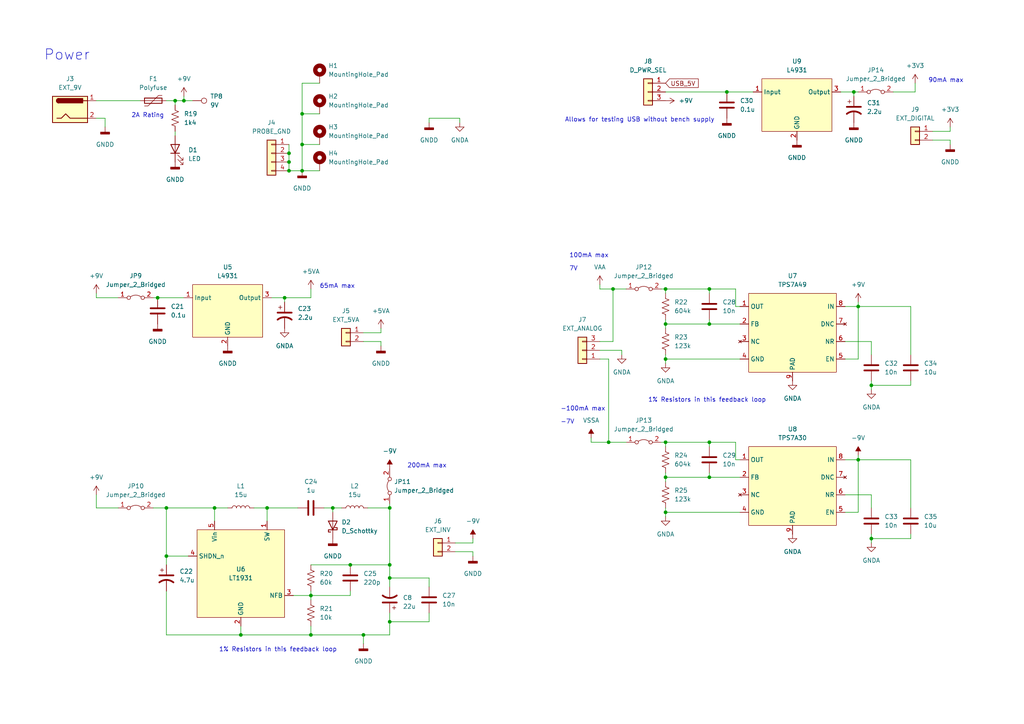
<source format=kicad_sch>
(kicad_sch (version 20211123) (generator eeschema)
  (paper "A4")
  (lib_symbols
    (symbol "Connector:Barrel_Jack" (pin_names (offset 1.016))
      (property "Reference" "J" (at 0 5.334 0))
      (property "Value" "Barrel_Jack" (at 0 -5.08 0))
      (symbol "Barrel_Jack_0_1"
        (rectangle (start -5.08 3.81) (end 5.08 -3.81) (stroke (width 0.254)) (fill (type background)))
        (arc (start -3.302 3.175) (mid -3.937 2.54) (end -3.302 1.905) (stroke (width 0.254)))
        (arc (start -3.302 3.175) (mid -3.937 2.54) (end -3.302 1.905) (stroke (width 0.254)) (fill (type outline)))
        (polyline (pts (xy 5.08 2.54) (xy 3.81 2.54)) (stroke (width 0.254)))
        (polyline (pts (xy -3.81 -2.54) (xy -2.54 -2.54) (xy -1.27 -1.27) (xy 0 -2.54) (xy 2.54 -2.54) (xy 5.08 -2.54)) (stroke (width 0.254)))
        (rectangle (start 3.683 3.175) (end -3.302 1.905) (stroke (width 0.254)) (fill (type outline)))
      )
      (symbol "Barrel_Jack_1_1"
        (pin passive line (at 7.62 2.54 180) (length 2.54) (name "~") (number "1"))
        (pin passive line (at 7.62 -2.54 180) (length 2.54) (name "~") (number "2"))
      )
    )
    (symbol "Connector:TestPoint" (pin_numbers hide) (pin_names (offset 0.762) hide)
      (property "Reference" "TP" (at 0 6.858 0))
      (property "Value" "TestPoint" (at 0 5.08 0))
      (symbol "TestPoint_0_1"
        (circle (center 0 3.302) (radius 0.762))
      )
      (symbol "TestPoint_1_1"
        (pin passive line (at 0 0 90) (length 2.54) (name "1") (number "1"))
      )
    )
    (symbol "Connector_Generic:Conn_01x02" (pin_names (offset 1.016) hide)
      (property "Reference" "J" (at 0 2.54 0))
      (property "Value" "Conn_01x02" (at 0 -5.08 0))
      (symbol "Conn_01x02_1_1"
        (rectangle (start -1.27 -2.413) (end 0 -2.667) (stroke (width 0.1524)))
        (rectangle (start -1.27 0.127) (end 0 -0.127) (stroke (width 0.1524)))
        (rectangle (start -1.27 1.27) (end 1.27 -3.81) (stroke (width 0.254)) (fill (type background)))
        (pin passive line (at -5.08 0 0) (length 3.81) (name "Pin_1") (number "1"))
        (pin passive line (at -5.08 -2.54 0) (length 3.81) (name "Pin_2") (number "2"))
      )
    )
    (symbol "Connector_Generic:Conn_01x03" (pin_names (offset 1.016) hide)
      (property "Reference" "J" (at 0 5.08 0))
      (property "Value" "Conn_01x03" (at 0 -5.08 0))
      (symbol "Conn_01x03_1_1"
        (rectangle (start -1.27 -2.413) (end 0 -2.667) (stroke (width 0.1524)))
        (rectangle (start -1.27 0.127) (end 0 -0.127) (stroke (width 0.1524)))
        (rectangle (start -1.27 2.667) (end 0 2.413) (stroke (width 0.1524)))
        (rectangle (start -1.27 3.81) (end 1.27 -3.81) (stroke (width 0.254)) (fill (type background)))
        (pin passive line (at -5.08 2.54 0) (length 3.81) (name "Pin_1") (number "1"))
        (pin passive line (at -5.08 0 0) (length 3.81) (name "Pin_2") (number "2"))
        (pin passive line (at -5.08 -2.54 0) (length 3.81) (name "Pin_3") (number "3"))
      )
    )
    (symbol "Connector_Generic:Conn_01x04" (pin_names (offset 1.016) hide)
      (property "Reference" "J" (at 0 5.08 0))
      (property "Value" "Conn_01x04" (at 0 -7.62 0))
      (symbol "Conn_01x04_1_1"
        (rectangle (start -1.27 -4.953) (end 0 -5.207) (stroke (width 0.1524)))
        (rectangle (start -1.27 -2.413) (end 0 -2.667) (stroke (width 0.1524)))
        (rectangle (start -1.27 0.127) (end 0 -0.127) (stroke (width 0.1524)))
        (rectangle (start -1.27 2.667) (end 0 2.413) (stroke (width 0.1524)))
        (rectangle (start -1.27 3.81) (end 1.27 -6.35) (stroke (width 0.254)) (fill (type background)))
        (pin passive line (at -5.08 2.54 0) (length 3.81) (name "Pin_1") (number "1"))
        (pin passive line (at -5.08 0 0) (length 3.81) (name "Pin_2") (number "2"))
        (pin passive line (at -5.08 -2.54 0) (length 3.81) (name "Pin_3") (number "3"))
        (pin passive line (at -5.08 -5.08 0) (length 3.81) (name "Pin_4") (number "4"))
      )
    )
    (symbol "Customs:L4931"
      (property "Reference" "U" (at 0 0 0))
      (property "Value" "L4931" (at 0 -2.54 0))
      (symbol "L4931_0_1"
        (rectangle (start -10.16 5.08) (end 10.16 -10.16) (fill (type background)))
      )
      (symbol "L4931_1_1"
        (pin input line (at -12.7 1.27 0) (length 2.54) (name "Input") (number "1"))
        (pin input line (at 0 -12.7 90) (length 2.54) (name "GND") (number "2"))
        (pin input line (at 12.7 1.27 180) (length 2.54) (name "Output") (number "3"))
      )
    )
    (symbol "Customs:LT1931"
      (property "Reference" "U" (at 0 0 0))
      (property "Value" "LT1931" (at 0 -2.54 0))
      (symbol "LT1931_0_1"
        (rectangle (start -12.7 12.7) (end 12.7 -12.7) (fill (type background)))
      )
      (symbol "LT1931_1_1"
        (pin input line (at 7.62 15.24 270) (length 2.54) (name "SW") (number "1"))
        (pin input line (at 0 -15.24 90) (length 2.54) (name "GND") (number "2"))
        (pin input line (at 15.24 -6.35 180) (length 2.54) (name "NFB") (number "3"))
        (pin input line (at -15.24 5.08 0) (length 2.54) (name "SHDN_n") (number "4"))
        (pin input line (at -7.62 15.24 270) (length 2.54) (name "Vin") (number "5"))
      )
    )
    (symbol "Customs:TPS7A30"
      (property "Reference" "U" (at 0 0 0))
      (property "Value" "TPS7A30" (at 0 -2.54 0))
      (symbol "TPS7A30_0_1"
        (rectangle (start -12.7 6.35) (end 12.7 -16.51) (fill (type background)))
      )
      (symbol "TPS7A30_1_1"
        (pin output line (at -15.24 2.54 0) (length 2.54) (name "OUT") (number "1"))
        (pin input line (at -15.24 -2.54 0) (length 2.54) (name "FB") (number "2"))
        (pin no_connect line (at -15.24 -7.62 0) (length 2.54) (name "NC") (number "3"))
        (pin input line (at -15.24 -12.7 0) (length 2.54) (name "GND") (number "4"))
        (pin input line (at 15.24 -12.7 180) (length 2.54) (name "EN") (number "5"))
        (pin input line (at 15.24 -7.62 180) (length 2.54) (name "NR") (number "6"))
        (pin no_connect line (at 15.24 -2.54 180) (length 2.54) (name "DNC") (number "7"))
        (pin input line (at 15.24 2.54 180) (length 2.54) (name "IN") (number "8"))
        (pin input line (at 0 -19.05 90) (length 2.54) (name "PAD") (number "9"))
      )
    )
    (symbol "Customs:TPS7A49"
      (property "Reference" "U" (at 0 0 0))
      (property "Value" "TPS7A49" (at 0 -2.54 0))
      (symbol "TPS7A49_0_1"
        (rectangle (start -12.7 6.35) (end 12.7 -16.51) (fill (type background)))
      )
      (symbol "TPS7A49_1_1"
        (pin output line (at -15.24 2.54 0) (length 2.54) (name "OUT") (number "1"))
        (pin input line (at -15.24 -2.54 0) (length 2.54) (name "FB") (number "2"))
        (pin no_connect line (at -15.24 -7.62 0) (length 2.54) (name "NC") (number "3"))
        (pin input line (at -15.24 -12.7 0) (length 2.54) (name "GND") (number "4"))
        (pin input line (at 15.24 -12.7 180) (length 2.54) (name "EN") (number "5"))
        (pin input line (at 15.24 -7.62 180) (length 2.54) (name "NR") (number "6"))
        (pin no_connect line (at 15.24 -2.54 180) (length 2.54) (name "DNC") (number "7"))
        (pin input line (at 15.24 2.54 180) (length 2.54) (name "IN") (number "8"))
        (pin input line (at 0 -19.05 90) (length 2.54) (name "PAD") (number "9"))
      )
    )
    (symbol "Device:C" (pin_numbers hide) (pin_names (offset 0.254))
      (property "Reference" "C" (at 0.635 2.54 0))
      (property "Value" "C" (at 0.635 -2.54 0))
      (symbol "C_0_1"
        (polyline (pts (xy -2.032 -0.762) (xy 2.032 -0.762)) (stroke (width 0.508)))
        (polyline (pts (xy -2.032 0.762) (xy 2.032 0.762)) (stroke (width 0.508)))
      )
      (symbol "C_1_1"
        (pin passive line (at 0 3.81 270) (length 2.794) (name "~") (number "1"))
        (pin passive line (at 0 -3.81 90) (length 2.794) (name "~") (number "2"))
      )
    )
    (symbol "Device:C_Polarized_US" (pin_numbers hide) (pin_names (offset 0.254) hide)
      (property "Reference" "C" (at 0.635 2.54 0))
      (property "Value" "C_Polarized_US" (at 0.635 -2.54 0))
      (symbol "C_Polarized_US_0_1"
        (polyline (pts (xy -2.032 0.762) (xy 2.032 0.762)) (stroke (width 0.508)))
        (polyline (pts (xy -1.778 2.286) (xy -0.762 2.286)))
        (polyline (pts (xy -1.27 1.778) (xy -1.27 2.794)))
        (arc (start 2.032 -1.27) (mid 0 -0.5572) (end -2.032 -1.27) (stroke (width 0.508)))
      )
      (symbol "C_Polarized_US_1_1"
        (pin passive line (at 0 3.81 270) (length 2.794) (name "~") (number "1"))
        (pin passive line (at 0 -3.81 90) (length 3.302) (name "~") (number "2"))
      )
    )
    (symbol "Device:D_Schottky" (pin_numbers hide) (pin_names (offset 1.016) hide)
      (property "Reference" "D" (at 0 2.54 0))
      (property "Value" "D_Schottky" (at 0 -2.54 0))
      (symbol "D_Schottky_0_1"
        (polyline (pts (xy 1.27 0) (xy -1.27 0)))
        (polyline (pts (xy 1.27 1.27) (xy 1.27 -1.27) (xy -1.27 0) (xy 1.27 1.27)) (stroke (width 0.254)))
        (polyline (pts (xy -1.905 0.635) (xy -1.905 1.27) (xy -1.27 1.27) (xy -1.27 -1.27) (xy -0.635 -1.27) (xy -0.635 -0.635)) (stroke (width 0.254)))
      )
      (symbol "D_Schottky_1_1"
        (pin passive line (at -3.81 0 0) (length 2.54) (name "K") (number "1"))
        (pin passive line (at 3.81 0 180) (length 2.54) (name "A") (number "2"))
      )
    )
    (symbol "Device:L" (pin_numbers hide) (pin_names (offset 1.016) hide)
      (property "Reference" "L" (at -1.27 0 90))
      (property "Value" "L" (at 1.905 0 90))
      (symbol "L_0_1"
        (arc (start 0 -2.54) (mid 0.635 -1.905) (end 0 -1.27))
        (arc (start 0 -1.27) (mid 0.635 -0.635) (end 0 0))
        (arc (start 0 0) (mid 0.635 0.635) (end 0 1.27))
        (arc (start 0 1.27) (mid 0.635 1.905) (end 0 2.54))
      )
      (symbol "L_1_1"
        (pin passive line (at 0 3.81 270) (length 1.27) (name "1") (number "1"))
        (pin passive line (at 0 -3.81 90) (length 1.27) (name "2") (number "2"))
      )
    )
    (symbol "Device:LED" (pin_numbers hide) (pin_names (offset 1.016) hide)
      (property "Reference" "D" (at 0 2.54 0))
      (property "Value" "LED" (at 0 -2.54 0))
      (symbol "LED_0_1"
        (polyline (pts (xy -1.27 -1.27) (xy -1.27 1.27)) (stroke (width 0.254)))
        (polyline (pts (xy -1.27 0) (xy 1.27 0)))
        (polyline (pts (xy 1.27 -1.27) (xy 1.27 1.27) (xy -1.27 0) (xy 1.27 -1.27)) (stroke (width 0.254)))
        (polyline (pts (xy -3.048 -0.762) (xy -4.572 -2.286) (xy -3.81 -2.286) (xy -4.572 -2.286) (xy -4.572 -1.524)))
        (polyline (pts (xy -1.778 -0.762) (xy -3.302 -2.286) (xy -2.54 -2.286) (xy -3.302 -2.286) (xy -3.302 -1.524)))
      )
      (symbol "LED_1_1"
        (pin passive line (at -3.81 0 0) (length 2.54) (name "K") (number "1"))
        (pin passive line (at 3.81 0 180) (length 2.54) (name "A") (number "2"))
      )
    )
    (symbol "Device:Polyfuse" (pin_numbers hide) (pin_names (offset 0))
      (property "Reference" "F" (at -2.54 0 90))
      (property "Value" "Polyfuse" (at 2.54 0 90))
      (symbol "Polyfuse_0_1"
        (rectangle (start -0.762 2.54) (end 0.762 -2.54) (stroke (width 0.254)))
        (polyline (pts (xy 0 2.54) (xy 0 -2.54)))
        (polyline (pts (xy -1.524 2.54) (xy -1.524 1.524) (xy 1.524 -1.524) (xy 1.524 -2.54)))
      )
      (symbol "Polyfuse_1_1"
        (pin passive line (at 0 3.81 270) (length 1.27) (name "~") (number "1"))
        (pin passive line (at 0 -3.81 90) (length 1.27) (name "~") (number "2"))
      )
    )
    (symbol "Device:R_US" (pin_numbers hide) (pin_names (offset 0))
      (property "Reference" "R" (at 2.54 0 90))
      (property "Value" "R_US" (at -2.54 0 90))
      (symbol "R_US_0_1"
        (polyline (pts (xy 0 -2.286) (xy 0 -2.54)))
        (polyline (pts (xy 0 2.286) (xy 0 2.54)))
        (polyline (pts (xy 0 -0.762) (xy 1.016 -1.143) (xy 0 -1.524) (xy -1.016 -1.905) (xy 0 -2.286)))
        (polyline (pts (xy 0 0.762) (xy 1.016 0.381) (xy 0 0) (xy -1.016 -0.381) (xy 0 -0.762)))
        (polyline (pts (xy 0 2.286) (xy 1.016 1.905) (xy 0 1.524) (xy -1.016 1.143) (xy 0 0.762)))
      )
      (symbol "R_US_1_1"
        (pin passive line (at 0 3.81 270) (length 1.27) (name "~") (number "1"))
        (pin passive line (at 0 -3.81 90) (length 1.27) (name "~") (number "2"))
      )
    )
    (symbol "Jumper:Jumper_2_Bridged" (pin_names (offset 0) hide)
      (property "Reference" "JP" (at 0 1.905 0))
      (property "Value" "Jumper_2_Bridged" (at 0 -2.54 0))
      (symbol "Jumper_2_Bridged_0_0"
        (circle (center -2.032 0) (radius 0.508))
        (circle (center 2.032 0) (radius 0.508))
      )
      (symbol "Jumper_2_Bridged_0_1"
        (arc (start 1.524 0.254) (mid 0 0.762) (end -1.524 0.254))
      )
      (symbol "Jumper_2_Bridged_1_1"
        (pin passive line (at -5.08 0 0) (length 2.54) (name "A") (number "1"))
        (pin passive line (at 5.08 0 180) (length 2.54) (name "B") (number "2"))
      )
    )
    (symbol "Mechanical:MountingHole_Pad" (pin_numbers hide) (pin_names (offset 1.016) hide)
      (property "Reference" "H" (at 0 6.35 0))
      (property "Value" "MountingHole_Pad" (at 0 4.445 0))
      (symbol "MountingHole_Pad_0_1"
        (circle (center 0 1.27) (radius 1.27) (stroke (width 1.27)))
      )
      (symbol "MountingHole_Pad_1_1"
        (pin input line (at 0 -2.54 90) (length 2.54) (name "1") (number "1"))
      )
    )
    (symbol "power:+3.3V" (power) (pin_names (offset 0))
      (property "Value" "+3.3V" (at 0 3.556 0))
      (symbol "+3.3V_0_1"
        (polyline (pts (xy -0.762 1.27) (xy 0 2.54)))
        (polyline (pts (xy 0 0) (xy 0 2.54)))
        (polyline (pts (xy 0 2.54) (xy 0.762 1.27)))
      )
      (symbol "+3.3V_1_1"
        (pin power_in line (at 0 0 90) (length 0) hide (name "+3V3") (number "1"))
      )
    )
    (symbol "power:+5VA" (power) (pin_names (offset 0))
      (property "Value" "+5VA" (at 0 3.556 0))
      (symbol "+5VA_0_1"
        (polyline (pts (xy -0.762 1.27) (xy 0 2.54)))
        (polyline (pts (xy 0 0) (xy 0 2.54)))
        (polyline (pts (xy 0 2.54) (xy 0.762 1.27)))
      )
      (symbol "+5VA_1_1"
        (pin power_in line (at 0 0 90) (length 0) hide (name "+5VA") (number "1"))
      )
    )
    (symbol "power:+9V" (power) (pin_names (offset 0))
      (property "Value" "+9V" (at 0 3.556 0))
      (symbol "+9V_0_1"
        (polyline (pts (xy -0.762 1.27) (xy 0 2.54)))
        (polyline (pts (xy 0 0) (xy 0 2.54)))
        (polyline (pts (xy 0 2.54) (xy 0.762 1.27)))
      )
      (symbol "+9V_1_1"
        (pin power_in line (at 0 0 90) (length 0) hide (name "+9V") (number "1"))
      )
    )
    (symbol "power:-9V" (power) (pin_names (offset 0))
      (property "Value" "-9V" (at 0 3.81 0))
      (symbol "-9V_0_1"
        (polyline (pts (xy 0 0) (xy 0 2.54)))
        (polyline (pts (xy 0.762 1.27) (xy -0.762 1.27) (xy 0 2.54) (xy 0.762 1.27)) (fill (type outline)))
      )
      (symbol "-9V_1_1"
        (pin power_in line (at 0 0 90) (length 0) hide (name "-9V") (number "1"))
      )
    )
    (symbol "power:GNDA" (power) (pin_names (offset 0))
      (property "Value" "GNDA" (at 0 -3.81 0))
      (symbol "GNDA_0_1"
        (polyline (pts (xy 0 0) (xy 0 -1.27) (xy 1.27 -1.27) (xy 0 -2.54) (xy -1.27 -1.27) (xy 0 -1.27)))
      )
      (symbol "GNDA_1_1"
        (pin power_in line (at 0 0 270) (length 0) hide (name "GNDA") (number "1"))
      )
    )
    (symbol "power:GNDD" (power) (pin_names (offset 0))
      (property "Value" "GNDD" (at 0 -3.175 0))
      (symbol "GNDD_0_1"
        (rectangle (start -1.27 -1.524) (end 1.27 -2.032) (stroke (width 0.254)) (fill (type outline)))
        (polyline (pts (xy 0 0) (xy 0 -1.524)))
      )
      (symbol "GNDD_1_1"
        (pin power_in line (at 0 0 270) (length 0) hide (name "GNDD") (number "1"))
      )
    )
    (symbol "power:VAA" (power) (pin_names (offset 0))
      (property "Value" "VAA" (at 0 3.81 0))
      (symbol "VAA_0_1"
        (polyline (pts (xy -0.762 1.27) (xy 0 2.54)))
        (polyline (pts (xy 0 0) (xy 0 2.54)))
        (polyline (pts (xy 0 2.54) (xy 0.762 1.27)))
      )
      (symbol "VAA_1_1"
        (pin power_in line (at 0 0 90) (length 0) hide (name "VAA") (number "1"))
      )
    )
    (symbol "power:VSSA" (power) (pin_names (offset 0))
      (property "Value" "VSSA" (at 0 3.81 0))
      (symbol "VSSA_0_1"
        (polyline (pts (xy 0 0) (xy 0 2.54)))
        (polyline (pts (xy 0.762 1.27) (xy -0.762 1.27) (xy 0 2.54) (xy 0.762 1.27)) (fill (type outline)))
      )
      (symbol "VSSA_1_1"
        (pin power_in line (at 0 0 90) (length 0) hide (name "VSSA") (number "1"))
      )
    )
  )
  (junction (at 48.26 147.32))
  (junction (at 113.03 167.64))
  (junction (at 205.74 93.98))
  (junction (at 113.03 163.83))
  (junction (at 193.04 138.43))
  (junction (at 248.92 133.35))
  (junction (at 53.34 29.21))
  (junction (at 77.47 147.32))
  (junction (at 252.73 156.21))
  (junction (at 87.63 33.02))
  (junction (at 193.04 148.59))
  (junction (at 87.63 41.91))
  (junction (at 113.03 180.34))
  (junction (at 193.04 128.27))
  (junction (at 248.92 88.9))
  (junction (at 69.85 184.15))
  (junction (at 87.63 49.53))
  (junction (at 113.03 147.32))
  (junction (at 90.17 184.15))
  (junction (at 83.82 44.45))
  (junction (at 176.53 128.27))
  (junction (at 205.74 83.82))
  (junction (at 193.04 83.82))
  (junction (at 96.52 147.32))
  (junction (at 83.82 46.99))
  (junction (at 83.82 49.53))
  (junction (at 247.65 26.67))
  (junction (at 90.17 172.72))
  (junction (at 101.6 163.83))
  (junction (at 205.74 128.27))
  (junction (at 205.74 138.43))
  (junction (at 177.8 83.82))
  (junction (at 82.55 86.36))
  (junction (at 48.26 161.29))
  (junction (at 193.04 93.98))
  (junction (at 210.82 26.67))
  (junction (at 193.04 104.14))
  (junction (at 45.72 86.36))
  (junction (at 105.41 184.15))
  (junction (at 50.8 29.21))
  (junction (at 252.73 111.76))
  (junction (at 62.23 147.32))
  (wire (pts (xy 105.41 99.06) (xy 110.49 99.06)))
  (wire (pts (xy 193.04 92.71) (xy 193.04 93.98)))
  (wire (pts (xy 205.74 128.27) (xy 205.74 129.54)))
  (wire (pts (xy 48.26 184.15) (xy 69.85 184.15)))
  (wire (pts (xy 27.94 147.32) (xy 27.94 143.51)))
  (wire (pts (xy 101.6 163.83) (xy 113.03 163.83)))
  (wire (pts (xy 83.82 44.45) (xy 83.82 46.99)))
  (wire (pts (xy 69.85 184.15) (xy 69.85 181.61)))
  (wire (pts (xy 124.46 170.18) (xy 124.46 167.64)))
  (wire (pts (xy 124.46 180.34) (xy 113.03 180.34)))
  (wire (pts (xy 110.49 96.52) (xy 110.49 95.25)))
  (wire (pts (xy 124.46 177.8) (xy 124.46 180.34)))
  (wire (pts (xy 248.92 88.9) (xy 264.16 88.9)))
  (wire (pts (xy 243.84 26.67) (xy 247.65 26.67)))
  (wire (pts (xy 171.45 128.27) (xy 171.45 127)))
  (wire (pts (xy 248.92 87.63) (xy 248.92 88.9)))
  (wire (pts (xy 87.63 33.02) (xy 92.71 33.02)))
  (wire (pts (xy 53.34 27.94) (xy 53.34 29.21)))
  (wire (pts (xy 53.34 29.21) (xy 55.88 29.21)))
  (wire (pts (xy 90.17 171.45) (xy 90.17 172.72)))
  (wire (pts (xy 214.63 88.9) (xy 213.36 88.9)))
  (wire (pts (xy 27.94 86.36) (xy 27.94 85.09)))
  (wire (pts (xy 173.99 104.14) (xy 176.53 104.14)))
  (wire (pts (xy 87.63 41.91) (xy 92.71 41.91)))
  (wire (pts (xy 34.29 86.36) (xy 27.94 86.36)))
  (wire (pts (xy 191.77 83.82) (xy 193.04 83.82)))
  (wire (pts (xy 193.04 147.32) (xy 193.04 148.59)))
  (wire (pts (xy 34.29 147.32) (xy 27.94 147.32)))
  (wire (pts (xy 77.47 147.32) (xy 77.47 151.13)))
  (wire (pts (xy 173.99 99.06) (xy 177.8 99.06)))
  (wire (pts (xy 27.94 29.21) (xy 40.64 29.21)))
  (wire (pts (xy 247.65 26.67) (xy 247.65 27.94)))
  (wire (pts (xy 50.8 29.21) (xy 50.8 30.48)))
  (wire (pts (xy 173.99 83.82) (xy 173.99 82.55)))
  (wire (pts (xy 205.74 137.16) (xy 205.74 138.43)))
  (wire (pts (xy 248.92 133.35) (xy 264.16 133.35)))
  (wire (pts (xy 193.04 104.14) (xy 193.04 105.41)))
  (wire (pts (xy 252.73 111.76) (xy 264.16 111.76)))
  (wire (pts (xy 110.49 99.06) (xy 110.49 100.33)))
  (wire (pts (xy 113.03 147.32) (xy 106.68 147.32)))
  (wire (pts (xy 193.04 128.27) (xy 193.04 129.54)))
  (wire (pts (xy 265.43 24.13) (xy 265.43 26.67)))
  (wire (pts (xy 87.63 33.02) (xy 87.63 41.91)))
  (wire (pts (xy 264.16 133.35) (xy 264.16 147.32)))
  (wire (pts (xy 48.26 171.45) (xy 48.26 184.15)))
  (wire (pts (xy 124.46 167.64) (xy 113.03 167.64)))
  (wire (pts (xy 48.26 147.32) (xy 62.23 147.32)))
  (wire (pts (xy 171.45 128.27) (xy 176.53 128.27)))
  (wire (pts (xy 193.04 138.43) (xy 193.04 139.7)))
  (wire (pts (xy 105.41 184.15) (xy 105.41 186.69)))
  (wire (pts (xy 248.92 88.9) (xy 248.92 104.14)))
  (wire (pts (xy 105.41 96.52) (xy 110.49 96.52)))
  (wire (pts (xy 105.41 184.15) (xy 90.17 184.15)))
  (wire (pts (xy 78.74 86.36) (xy 82.55 86.36)))
  (wire (pts (xy 96.52 147.32) (xy 96.52 148.59)))
  (wire (pts (xy 44.45 86.36) (xy 45.72 86.36)))
  (wire (pts (xy 30.48 36.83) (xy 30.48 34.29)))
  (wire (pts (xy 73.66 147.32) (xy 77.47 147.32)))
  (wire (pts (xy 180.34 101.6) (xy 173.99 101.6)))
  (wire (pts (xy 133.35 34.29) (xy 124.46 34.29)))
  (wire (pts (xy 193.04 104.14) (xy 214.63 104.14)))
  (wire (pts (xy 177.8 83.82) (xy 173.99 83.82)))
  (wire (pts (xy 193.04 83.82) (xy 193.04 85.09)))
  (wire (pts (xy 137.16 157.48) (xy 137.16 156.21)))
  (wire (pts (xy 205.74 93.98) (xy 214.63 93.98)))
  (wire (pts (xy 181.61 83.82) (xy 177.8 83.82)))
  (wire (pts (xy 264.16 156.21) (xy 264.16 154.94)))
  (wire (pts (xy 90.17 181.61) (xy 90.17 184.15)))
  (wire (pts (xy 50.8 38.1) (xy 50.8 39.37)))
  (wire (pts (xy 83.82 41.91) (xy 83.82 44.45)))
  (wire (pts (xy 113.03 177.8) (xy 113.03 180.34)))
  (wire (pts (xy 193.04 148.59) (xy 214.63 148.59)))
  (wire (pts (xy 132.08 157.48) (xy 137.16 157.48)))
  (wire (pts (xy 113.03 184.15) (xy 105.41 184.15)))
  (wire (pts (xy 177.8 99.06) (xy 177.8 83.82)))
  (wire (pts (xy 62.23 147.32) (xy 66.04 147.32)))
  (wire (pts (xy 96.52 147.32) (xy 99.06 147.32)))
  (wire (pts (xy 213.36 133.35) (xy 213.36 128.27)))
  (wire (pts (xy 205.74 83.82) (xy 193.04 83.82)))
  (wire (pts (xy 252.73 113.03) (xy 252.73 111.76)))
  (wire (pts (xy 191.77 128.27) (xy 193.04 128.27)))
  (wire (pts (xy 101.6 172.72) (xy 101.6 171.45)))
  (wire (pts (xy 90.17 172.72) (xy 90.17 173.99)))
  (wire (pts (xy 53.34 29.21) (xy 50.8 29.21)))
  (wire (pts (xy 264.16 88.9) (xy 264.16 102.87)))
  (wire (pts (xy 113.03 163.83) (xy 113.03 147.32)))
  (wire (pts (xy 247.65 26.67) (xy 248.92 26.67)))
  (wire (pts (xy 87.63 24.13) (xy 87.63 33.02)))
  (wire (pts (xy 264.16 111.76) (xy 264.16 110.49)))
  (wire (pts (xy 193.04 102.87) (xy 193.04 104.14)))
  (wire (pts (xy 113.03 146.05) (xy 113.03 147.32)))
  (wire (pts (xy 133.35 35.56) (xy 133.35 34.29)))
  (wire (pts (xy 137.16 160.02) (xy 137.16 161.29)))
  (wire (pts (xy 90.17 83.82) (xy 90.17 86.36)))
  (wire (pts (xy 90.17 163.83) (xy 101.6 163.83)))
  (wire (pts (xy 113.03 180.34) (xy 113.03 184.15)))
  (wire (pts (xy 218.44 26.67) (xy 210.82 26.67)))
  (wire (pts (xy 82.55 86.36) (xy 82.55 87.63)))
  (wire (pts (xy 205.74 92.71) (xy 205.74 93.98)))
  (wire (pts (xy 252.73 99.06) (xy 252.73 102.87)))
  (wire (pts (xy 83.82 46.99) (xy 83.82 49.53)))
  (wire (pts (xy 180.34 102.87) (xy 180.34 101.6)))
  (wire (pts (xy 132.08 160.02) (xy 137.16 160.02)))
  (wire (pts (xy 82.55 86.36) (xy 90.17 86.36)))
  (wire (pts (xy 48.26 161.29) (xy 48.26 147.32)))
  (wire (pts (xy 252.73 156.21) (xy 264.16 156.21)))
  (wire (pts (xy 77.47 147.32) (xy 86.36 147.32)))
  (wire (pts (xy 248.92 148.59) (xy 245.11 148.59)))
  (wire (pts (xy 83.82 49.53) (xy 87.63 49.53)))
  (wire (pts (xy 90.17 172.72) (xy 101.6 172.72)))
  (wire (pts (xy 259.08 26.67) (xy 265.43 26.67)))
  (wire (pts (xy 181.61 128.27) (xy 176.53 128.27)))
  (wire (pts (xy 270.51 40.64) (xy 275.59 40.64)))
  (wire (pts (xy 193.04 137.16) (xy 193.04 138.43)))
  (wire (pts (xy 252.73 143.51) (xy 252.73 147.32)))
  (wire (pts (xy 93.98 147.32) (xy 96.52 147.32)))
  (wire (pts (xy 113.03 163.83) (xy 113.03 167.64)))
  (wire (pts (xy 48.26 161.29) (xy 54.61 161.29)))
  (wire (pts (xy 193.04 26.67) (xy 210.82 26.67)))
  (wire (pts (xy 205.74 138.43) (xy 193.04 138.43)))
  (wire (pts (xy 245.11 99.06) (xy 252.73 99.06)))
  (wire (pts (xy 270.51 38.1) (xy 275.59 38.1)))
  (wire (pts (xy 53.34 86.36) (xy 45.72 86.36)))
  (wire (pts (xy 62.23 147.32) (xy 62.23 151.13)))
  (wire (pts (xy 205.74 93.98) (xy 193.04 93.98)))
  (wire (pts (xy 248.92 88.9) (xy 245.11 88.9)))
  (wire (pts (xy 193.04 93.98) (xy 193.04 95.25)))
  (wire (pts (xy 90.17 184.15) (xy 69.85 184.15)))
  (wire (pts (xy 245.11 143.51) (xy 252.73 143.51)))
  (wire (pts (xy 50.8 29.21) (xy 48.26 29.21)))
  (wire (pts (xy 30.48 34.29) (xy 27.94 34.29)))
  (wire (pts (xy 213.36 83.82) (xy 205.74 83.82)))
  (wire (pts (xy 252.73 111.76) (xy 252.73 110.49)))
  (wire (pts (xy 87.63 24.13) (xy 92.71 24.13)))
  (wire (pts (xy 248.92 104.14) (xy 245.11 104.14)))
  (wire (pts (xy 213.36 88.9) (xy 213.36 83.82)))
  (wire (pts (xy 48.26 147.32) (xy 44.45 147.32)))
  (wire (pts (xy 248.92 132.08) (xy 248.92 133.35)))
  (wire (pts (xy 205.74 83.82) (xy 205.74 85.09)))
  (wire (pts (xy 213.36 128.27) (xy 205.74 128.27)))
  (wire (pts (xy 248.92 133.35) (xy 248.92 148.59)))
  (wire (pts (xy 176.53 104.14) (xy 176.53 128.27)))
  (wire (pts (xy 48.26 163.83) (xy 48.26 161.29)))
  (wire (pts (xy 275.59 38.1) (xy 275.59 36.83)))
  (wire (pts (xy 87.63 41.91) (xy 87.63 49.53)))
  (wire (pts (xy 205.74 128.27) (xy 193.04 128.27)))
  (wire (pts (xy 87.63 49.53) (xy 92.71 49.53)))
  (wire (pts (xy 248.92 133.35) (xy 245.11 133.35)))
  (wire (pts (xy 252.73 156.21) (xy 252.73 154.94)))
  (wire (pts (xy 214.63 133.35) (xy 213.36 133.35)))
  (wire (pts (xy 275.59 40.64) (xy 275.59 41.91)))
  (wire (pts (xy 113.03 167.64) (xy 113.03 170.18)))
  (wire (pts (xy 193.04 148.59) (xy 193.04 149.86)))
  (wire (pts (xy 205.74 138.43) (xy 214.63 138.43)))
  (wire (pts (xy 252.73 157.48) (xy 252.73 156.21)))
  (wire (pts (xy 124.46 34.29) (xy 124.46 35.56)))
  (wire (pts (xy 85.09 172.72) (xy 90.17 172.72)))
  (text "100mA max" (at 165.1 74.93 0) (effects (font (size 1.27 1.27)) (justify left bottom)))
  (text "Allows for testing USB without bench supply" (at 163.83 35.56 0) (effects (font (size 1.27 1.27)) (justify left bottom)))
  (text "200mA max" (at 118.11 135.89 0) (effects (font (size 1.27 1.27)) (justify left bottom)))
  (text "65mA max" (at 92.71 83.82 0) (effects (font (size 1.27 1.27)) (justify left bottom)))
  (text "-7V" (at 162.56 123.19 0) (effects (font (size 1.27 1.27)) (justify left bottom)))
  (text "-100mA max" (at 162.56 119.38 0) (effects (font (size 1.27 1.27)) (justify left bottom)))
  (text "90mA max" (at 269.24 24.13 0) (effects (font (size 1.27 1.27)) (justify left bottom)))
  (text "Power" (at 12.7 17.78 0) (effects (font (size 3 3)) (justify left bottom)))
  (text "1% Resistors in this feedback loop\n" (at 63.5 189.23 0) (effects (font (size 1.27 1.27)) (justify left bottom)))
  (text "7V" (at 165.1 78.74 0) (effects (font (size 1.27 1.27)) (justify left bottom)))
  (text "2A Rating" (at 38.1 34.29 0) (effects (font (size 1.27 1.27)) (justify left bottom)))
  (text "1% Resistors in this feedback loop\n" (at 187.96 116.84 0) (effects (font (size 1.27 1.27)) (justify left bottom)))
  (global_label "USB_5V" (shape input) (at 193.04 24.13 0) (property "Intersheet References" "${INTERSHEET_REFS}" (effects hide)))
  (symbol (lib_id "Connector_Generic:Conn_01x02") (at 265.43 38.1 0) (mirror y) (unit 1)
    (property "Reference" "J9" (at 265.43 31.75 0))
    (property "Value" "EXT_DIGITAL" (at 265.43 34.29 0))
    (property "Footprint" "Connector_PinHeader_2.54mm:PinHeader_1x02_P2.54mm_Vertical" (effects hide))
  )
  (symbol (lib_id "Jumper:Jumper_2_Bridged") (at 39.37 147.32 0) (unit 1)
    (property "Reference" "JP10" (at 39.37 140.97 0))
    (property "Value" "Jumper_2_Bridged" (at 39.37 143.51 0))
    (property "Footprint" "Resistor_SMD:R_1206_3216Metric_Pad1.30x1.75mm_HandSolder" (effects hide))
  )
  (symbol (lib_id "power:-9V") (at 137.16 156.21 0) (unit 1)
    (property "Reference" "#PWR040" (effects hide))
    (property "Value" "-9V" (at 137.16 151.13 0))
  )
  (symbol (lib_id "power:+5VA") (at 90.17 83.82 0) (unit 1)
    (property "Reference" "#PWR034" (effects hide))
    (property "Value" "+5VA" (at 90.17 78.74 0))
  )
  (symbol (lib_id "power:VSSA") (at 171.45 127 0) (unit 1)
    (property "Reference" "#PWR042" (effects hide))
    (property "Value" "VSSA" (at 171.45 121.92 0))
  )
  (symbol (lib_id "Device:C_Polarized_US") (at 82.55 91.44 0) (unit 1)
    (property "Reference" "C23" (at 86.36 89.5349 0) (effects (justify left)))
    (property "Value" "2.2u" (at 86.36 92.0749 0) (effects (justify left)))
    (property "Footprint" "Capacitor_SMD:CP_Elec_6.3x5.2" (effects hide))
  )
  (symbol (lib_id "power:GNDA") (at 82.55 95.25 0) (unit 1)
    (property "Reference" "#PWR032" (effects hide))
    (property "Value" "GNDA" (at 82.55 100.33 0))
  )
  (symbol (lib_id "power:+3.3V") (at 265.43 24.13 0) (unit 1)
    (property "Reference" "#PWR057" (effects hide))
    (property "Value" "+3.3V" (at 265.43 19.05 0))
  )
  (symbol (lib_id "Device:C") (at 252.73 106.68 0) (unit 1)
    (property "Reference" "C32" (at 256.54 105.4099 0) (effects (justify left)))
    (property "Value" "10n" (at 256.54 107.9499 0) (effects (justify left)))
    (property "Footprint" "Capacitor_SMD:C_0805_2012Metric_Pad1.18x1.45mm_HandSolder" (effects hide))
  )
  (symbol (lib_id "Device:R_US") (at 193.04 99.06 0) (unit 1)
    (property "Reference" "R23" (at 195.58 97.7899 0) (effects (justify left)))
    (property "Value" "123k" (at 195.58 100.3299 0) (effects (justify left)))
    (property "Footprint" "Resistor_SMD:R_1206_3216Metric_Pad1.30x1.75mm_HandSolder" (effects hide))
  )
  (symbol (lib_id "power:+9V") (at 193.04 29.21 270) (unit 1)
    (property "Reference" "#PWR045" (effects hide))
    (property "Value" "+9V" (at 196.85 29.2099 90) (effects (justify left)))
  )
  (symbol (lib_id "Mechanical:MountingHole_Pad") (at 92.71 46.99 0) (unit 1)
    (property "Reference" "H4" (at 95.25 44.4499 0) (effects (justify left)))
    (property "Value" "MountingHole_Pad" (at 95.25 46.9899 0) (effects (justify left)))
    (property "Footprint" "MountingHole:MountingHole_3.2mm_M3_Pad" (effects hide))
  )
  (symbol (lib_id "Device:R_US") (at 193.04 133.35 0) (unit 1)
    (property "Reference" "R24" (at 195.58 132.0799 0) (effects (justify left)))
    (property "Value" "604k" (at 195.58 134.6199 0) (effects (justify left)))
    (property "Footprint" "Resistor_SMD:R_1206_3216Metric_Pad1.30x1.75mm_HandSolder" (effects hide))
  )
  (symbol (lib_id "Mechanical:MountingHole_Pad") (at 92.71 39.37 0) (unit 1)
    (property "Reference" "H3" (at 95.25 36.8299 0) (effects (justify left)))
    (property "Value" "MountingHole_Pad" (at 95.25 39.3699 0) (effects (justify left)))
    (property "Footprint" "MountingHole:MountingHole_3.2mm_M3_Pad" (effects hide))
  )
  (symbol (lib_id "power:GNDA") (at 252.73 113.03 0) (unit 1)
    (property "Reference" "#PWR055" (effects hide))
    (property "Value" "GNDA" (at 252.73 118.11 0))
  )
  (symbol (lib_id "power:GNDD") (at 210.82 34.29 0) (unit 1)
    (property "Reference" "#PWR048" (effects hide))
    (property "Value" "GNDD" (at 210.82 39.37 0))
  )
  (symbol (lib_id "power:GNDD") (at 30.48 36.83 0) (unit 1)
    (property "Reference" "#PWR027" (effects hide))
    (property "Value" "GNDD" (at 30.48 41.91 0))
  )
  (symbol (lib_id "Device:C") (at 264.16 106.68 0) (unit 1)
    (property "Reference" "C34" (at 267.97 105.4099 0) (effects (justify left)))
    (property "Value" "10u" (at 267.97 107.9499 0) (effects (justify left)))
    (property "Footprint" "Capacitor_SMD:CP_Elec_6.3x5.2" (effects hide))
  )
  (symbol (lib_id "Device:R_US") (at 90.17 167.64 0) (unit 1)
    (property "Reference" "R20" (at 92.71 166.3699 0) (effects (justify left)))
    (property "Value" "60k" (at 92.71 168.9099 0) (effects (justify left)))
    (property "Footprint" "Resistor_SMD:R_1206_3216Metric_Pad1.30x1.75mm_HandSolder" (effects hide))
  )
  (symbol (lib_id "power:GNDA") (at 193.04 149.86 0) (unit 1)
    (property "Reference" "#PWR047" (effects hide))
    (property "Value" "GNDA" (at 193.04 154.94 0))
  )
  (symbol (lib_id "Device:C_Polarized_US") (at 247.65 31.75 0) (unit 1)
    (property "Reference" "C31" (at 251.46 29.8449 0) (effects (justify left)))
    (property "Value" "2.2u" (at 251.46 32.3849 0) (effects (justify left)))
    (property "Footprint" "Capacitor_SMD:CP_Elec_6.3x5.2" (effects hide))
  )
  (symbol (lib_id "Device:R_US") (at 50.8 34.29 0) (unit 1)
    (property "Reference" "R19" (at 53.34 33.0199 0) (effects (justify left)))
    (property "Value" "1k4" (at 53.34 35.5599 0) (effects (justify left)))
    (property "Footprint" "Resistor_SMD:R_1206_3216Metric_Pad1.30x1.75mm_HandSolder" (effects hide))
  )
  (symbol (lib_id "Device:C") (at 101.6 167.64 0) (unit 1)
    (property "Reference" "C25" (at 105.41 166.3699 0) (effects (justify left)))
    (property "Value" "220p" (at 105.41 168.9099 0) (effects (justify left)))
    (property "Footprint" "Capacitor_SMD:C_0805_2012Metric_Pad1.18x1.45mm_HandSolder" (effects hide))
  )
  (symbol (lib_id "Jumper:Jumper_2_Bridged") (at 39.37 86.36 0) (unit 1)
    (property "Reference" "JP9" (at 39.37 80.01 0))
    (property "Value" "Jumper_2_Bridged" (at 39.37 82.55 0))
    (property "Footprint" "Resistor_SMD:R_1206_3216Metric_Pad1.30x1.75mm_HandSolder" (effects hide))
  )
  (symbol (lib_id "power:+3.3V") (at 275.59 36.83 0) (unit 1)
    (property "Reference" "#PWR058" (effects hide))
    (property "Value" "+3.3V" (at 275.59 31.75 0))
  )
  (symbol (lib_id "Customs:L4931") (at 231.14 27.94 0) (unit 1)
    (property "Reference" "U9" (at 231.14 17.78 0))
    (property "Value" "L4931" (at 231.14 20.32 0))
    (property "Footprint" "Package_TO_SOT_SMD:TO-252-2" (effects hide))
  )
  (symbol (lib_id "power:GNDA") (at 193.04 105.41 0) (unit 1)
    (property "Reference" "#PWR046" (effects hide))
    (property "Value" "GNDA" (at 193.04 110.49 0))
  )
  (symbol (lib_id "Device:R_US") (at 90.17 177.8 0) (unit 1)
    (property "Reference" "R21" (at 92.71 176.5299 0) (effects (justify left)))
    (property "Value" "10k" (at 92.71 179.0699 0) (effects (justify left)))
    (property "Footprint" "Resistor_SMD:R_1206_3216Metric_Pad1.30x1.75mm_HandSolder" (effects hide))
  )
  (symbol (lib_id "power:GNDD") (at 231.14 40.64 0) (unit 1)
    (property "Reference" "#PWR051" (effects hide))
    (property "Value" "GNDD" (at 231.14 45.72 0))
  )
  (symbol (lib_id "power:GNDD") (at 110.49 100.33 0) (unit 1)
    (property "Reference" "#PWR038" (effects hide))
    (property "Value" "GNDD" (at 110.49 105.41 0))
  )
  (symbol (lib_id "Device:C") (at 205.74 133.35 0) (unit 1)
    (property "Reference" "C29" (at 209.55 132.0799 0) (effects (justify left)))
    (property "Value" "10n" (at 209.55 134.6199 0) (effects (justify left)))
    (property "Footprint" "Capacitor_SMD:C_0805_2012Metric_Pad1.18x1.45mm_HandSolder" (effects hide))
  )
  (symbol (lib_id "Mechanical:MountingHole_Pad") (at 92.71 21.59 0) (unit 1)
    (property "Reference" "H1" (at 95.25 19.0499 0) (effects (justify left)))
    (property "Value" "MountingHole_Pad" (at 95.25 21.5899 0) (effects (justify left)))
    (property "Footprint" "MountingHole:MountingHole_3.2mm_M3_Pad" (effects hide))
  )
  (symbol (lib_id "Device:L") (at 69.85 147.32 90) (unit 1)
    (property "Reference" "L1" (at 69.85 140.97 90))
    (property "Value" "15u" (at 69.85 143.51 90))
    (property "Footprint" "Inductor_SMD:L_Taiyo-Yuden_NR-40xx_HandSoldering" (effects hide))
  )
  (symbol (lib_id "power:VAA") (at 173.99 82.55 0) (unit 1)
    (property "Reference" "#PWR043" (effects hide))
    (property "Value" "VAA" (at 173.99 77.47 0))
  )
  (symbol (lib_id "Device:C") (at 264.16 151.13 0) (unit 1)
    (property "Reference" "C35" (at 267.97 149.8599 0) (effects (justify left)))
    (property "Value" "10u" (at 267.97 152.3999 0) (effects (justify left)))
    (property "Footprint" "Capacitor_SMD:CP_Elec_6.3x5.2" (effects hide))
  )
  (symbol (lib_id "power:GNDA") (at 252.73 157.48 0) (unit 1)
    (property "Reference" "#PWR056" (effects hide))
    (property "Value" "GNDA" (at 252.73 162.56 0))
  )
  (symbol (lib_id "Jumper:Jumper_2_Bridged") (at 186.69 83.82 0) (unit 1)
    (property "Reference" "JP12" (at 186.69 77.47 0))
    (property "Value" "Jumper_2_Bridged" (at 186.69 80.01 0))
    (property "Footprint" "Resistor_SMD:R_1206_3216Metric_Pad1.30x1.75mm_HandSolder" (effects hide))
  )
  (symbol (lib_id "power:GNDD") (at 50.8 46.99 0) (unit 1)
    (property "Reference" "#PWR029" (effects hide))
    (property "Value" "GNDD" (at 50.8 52.07 0))
  )
  (symbol (lib_id "Device:C") (at 210.82 30.48 0) (unit 1)
    (property "Reference" "C30" (at 214.63 29.2099 0) (effects (justify left)))
    (property "Value" "0.1u" (at 214.63 31.7499 0) (effects (justify left)))
    (property "Footprint" "Capacitor_SMD:C_0805_2012Metric_Pad1.18x1.45mm_HandSolder" (effects hide))
  )
  (symbol (lib_id "Device:C") (at 205.74 88.9 0) (unit 1)
    (property "Reference" "C28" (at 209.55 87.6299 0) (effects (justify left)))
    (property "Value" "10n" (at 209.55 90.1699 0) (effects (justify left)))
    (property "Footprint" "Capacitor_SMD:C_0805_2012Metric_Pad1.18x1.45mm_HandSolder" (effects hide))
  )
  (symbol (lib_id "power:GNDA") (at 229.87 110.49 0) (unit 1)
    (property "Reference" "#PWR049" (effects hide))
    (property "Value" "GNDA" (at 229.87 115.57 0))
  )
  (symbol (lib_id "Jumper:Jumper_2_Bridged") (at 113.03 140.97 90) (unit 1)
    (property "Reference" "JP11" (at 114.3 139.6999 90) (effects (justify right)))
    (property "Value" "Jumper_2_Bridged" (at 114.3 142.2399 90) (effects (justify right)))
    (property "Footprint" "Resistor_SMD:R_1206_3216Metric_Pad1.30x1.75mm_HandSolder" (effects hide))
  )
  (symbol (lib_id "power:GNDA") (at 229.87 154.94 0) (unit 1)
    (property "Reference" "#PWR050" (effects hide))
    (property "Value" "GNDA" (at 229.87 160.02 0))
  )
  (symbol (lib_id "power:GNDD") (at 96.52 156.21 0) (unit 1)
    (property "Reference" "#PWR035" (effects hide))
    (property "Value" "GNDD" (at 96.52 161.29 0))
  )
  (symbol (lib_id "Connector_Generic:Conn_01x02") (at 127 157.48 0) (mirror y) (unit 1)
    (property "Reference" "J6" (at 127 151.13 0))
    (property "Value" "EXT_INV" (at 127 153.67 0))
    (property "Footprint" "Connector_PinHeader_2.54mm:PinHeader_1x02_P2.54mm_Vertical" (effects hide))
  )
  (symbol (lib_id "Device:L") (at 102.87 147.32 90) (unit 1)
    (property "Reference" "L2" (at 102.87 140.97 90))
    (property "Value" "15u" (at 102.87 143.51 90))
    (property "Footprint" "Inductor_SMD:L_Taiyo-Yuden_NR-40xx_HandSoldering" (effects hide))
  )
  (symbol (lib_id "power:GNDD") (at 137.16 161.29 0) (unit 1)
    (property "Reference" "#PWR041" (effects hide))
    (property "Value" "GNDD" (at 137.16 166.37 0))
  )
  (symbol (lib_id "Device:R_US") (at 193.04 143.51 0) (unit 1)
    (property "Reference" "R25" (at 195.58 142.2399 0) (effects (justify left)))
    (property "Value" "123k" (at 195.58 144.7799 0) (effects (justify left)))
    (property "Footprint" "Resistor_SMD:R_1206_3216Metric_Pad1.30x1.75mm_HandSolder" (effects hide))
  )
  (symbol (lib_id "Connector_Generic:Conn_01x02") (at 100.33 96.52 0) (mirror y) (unit 1)
    (property "Reference" "J5" (at 100.33 90.17 0))
    (property "Value" "EXT_5VA" (at 100.33 92.71 0))
    (property "Footprint" "Connector_PinHeader_2.54mm:PinHeader_1x02_P2.54mm_Vertical" (effects hide))
  )
  (symbol (lib_id "Jumper:Jumper_2_Bridged") (at 254 26.67 0) (unit 1)
    (property "Reference" "JP14" (at 254 20.32 0))
    (property "Value" "Jumper_2_Bridged" (at 254 22.86 0))
    (property "Footprint" "Resistor_SMD:R_1206_3216Metric_Pad1.30x1.75mm_HandSolder" (effects hide))
  )
  (symbol (lib_id "Connector:Barrel_Jack") (at 20.32 31.75 0) (unit 1)
    (property "Reference" "J3" (at 20.32 22.86 0))
    (property "Value" "EXT_9V" (at 20.32 25.4 0))
    (property "Footprint" "Connector_BarrelJack:BarrelJack_CUI_PJ-063AH_Horizontal" (effects hide))
  )
  (symbol (lib_id "Device:C") (at 124.46 173.99 0) (unit 1)
    (property "Reference" "C27" (at 128.27 172.7199 0) (effects (justify left)))
    (property "Value" "10n" (at 128.27 175.2599 0) (effects (justify left)))
    (property "Footprint" "Capacitor_SMD:C_0805_2012Metric_Pad1.18x1.45mm_HandSolder" (effects hide))
  )
  (symbol (lib_id "power:+9V") (at 248.92 87.63 0) (unit 1)
    (property "Reference" "#PWR053" (effects hide))
    (property "Value" "+9V" (at 248.92 82.55 0))
  )
  (symbol (lib_id "Jumper:Jumper_2_Bridged") (at 186.69 128.27 0) (unit 1)
    (property "Reference" "JP13" (at 186.69 121.92 0))
    (property "Value" "Jumper_2_Bridged" (at 186.69 124.46 0))
    (property "Footprint" "Resistor_SMD:R_1206_3216Metric_Pad1.30x1.75mm_HandSolder" (effects hide))
  )
  (symbol (lib_id "power:+9V") (at 27.94 85.09 0) (unit 1)
    (property "Reference" "#PWR025" (effects hide))
    (property "Value" "+9V" (at 27.94 80.01 0))
  )
  (symbol (lib_id "power:GNDD") (at 247.65 35.56 0) (unit 1)
    (property "Reference" "#PWR052" (effects hide))
    (property "Value" "GNDD" (at 247.65 40.64 0))
  )
  (symbol (lib_id "Device:C") (at 90.17 147.32 90) (unit 1)
    (property "Reference" "C24" (at 90.17 139.7 90))
    (property "Value" "1u" (at 90.17 142.24 90))
    (property "Footprint" "Capacitor_SMD:C_1206_3216Metric_Pad1.33x1.80mm_HandSolder" (effects hide))
  )
  (symbol (lib_id "Connector_Generic:Conn_01x03") (at 168.91 101.6 180) (unit 1)
    (property "Reference" "J7" (at 168.91 92.71 0))
    (property "Value" "EXT_ANALOG" (at 168.91 95.25 0))
    (property "Footprint" "Connector_PinHeader_2.54mm:PinHeader_1x03_P2.54mm_Vertical" (effects hide))
  )
  (symbol (lib_id "power:-9V") (at 113.03 135.89 0) (unit 1)
    (property "Reference" "#PWR039" (effects hide))
    (property "Value" "-9V" (at 113.03 130.81 0))
  )
  (symbol (lib_id "Device:C") (at 45.72 90.17 0) (unit 1)
    (property "Reference" "C21" (at 49.53 88.8999 0) (effects (justify left)))
    (property "Value" "0.1u" (at 49.53 91.4399 0) (effects (justify left)))
    (property "Footprint" "Capacitor_SMD:C_0805_2012Metric_Pad1.18x1.45mm_HandSolder" (effects hide))
  )
  (symbol (lib_id "power:GNDD") (at 66.04 100.33 0) (unit 1)
    (property "Reference" "#PWR031" (effects hide))
    (property "Value" "GNDD" (at 66.04 105.41 0))
  )
  (symbol (lib_id "power:+5VA") (at 110.49 95.25 0) (unit 1)
    (property "Reference" "#PWR037" (effects hide))
    (property "Value" "+5VA" (at 110.49 90.17 0))
  )
  (symbol (lib_id "power:+9V") (at 53.34 27.94 0) (unit 1)
    (property "Reference" "#PWR030" (effects hide))
    (property "Value" "+9V" (at 53.34 22.86 0))
  )
  (symbol (lib_id "Customs:TPS7A30") (at 229.87 135.89 0) (unit 1)
    (property "Reference" "U8" (at 229.87 124.46 0))
    (property "Value" "TPS7A30" (at 229.87 127 0))
    (property "Footprint" "Package_SO:VSSOP-8_3.0x3.0mm_P0.65mm" (effects hide))
  )
  (symbol (lib_id "Device:C_Polarized_US") (at 113.03 173.99 180) (unit 1)
    (property "Reference" "C8" (at 116.84 173.3549 0) (effects (justify right)))
    (property "Value" "22u" (at 116.84 175.8949 0) (effects (justify right)))
    (property "Footprint" "Capacitor_SMD:CP_Elec_6.3x5.2" (effects hide))
  )
  (symbol (lib_id "Mechanical:MountingHole_Pad") (at 92.71 30.48 0) (unit 1)
    (property "Reference" "H2" (at 95.25 27.9399 0) (effects (justify left)))
    (property "Value" "MountingHole_Pad" (at 95.25 30.4799 0) (effects (justify left)))
    (property "Footprint" "MountingHole:MountingHole_3.2mm_M3_Pad" (effects hide))
  )
  (symbol (lib_id "Device:LED") (at 50.8 43.18 90) (unit 1)
    (property "Reference" "D1" (at 54.61 43.4974 90) (effects (justify right)))
    (property "Value" "LED" (at 54.61 46.0374 90) (effects (justify right)))
    (property "Footprint" "LED_SMD:LED_1206_3216Metric_Pad1.42x1.75mm_HandSolder" (effects hide))
  )
  (symbol (lib_id "Device:C_Polarized_US") (at 48.26 167.64 0) (unit 1)
    (property "Reference" "C22" (at 52.07 165.7349 0) (effects (justify left)))
    (property "Value" "4.7u" (at 52.07 168.2749 0) (effects (justify left)))
    (property "Footprint" "Capacitor_SMD:CP_Elec_6.3x5.2" (effects hide))
  )
  (symbol (lib_id "Customs:LT1931") (at 69.85 166.37 0) (unit 1)
    (property "Reference" "U6" (at 69.85 165.1 0))
    (property "Value" "LT1931" (at 69.85 167.64 0))
    (property "Footprint" "Package_TO_SOT_SMD:TSOT-23-5_HandSoldering" (effects hide))
  )
  (symbol (lib_id "power:GNDA") (at 133.35 35.56 0) (unit 1)
    (property "Reference" "#PWR0108" (effects hide))
    (property "Value" "GNDA" (at 133.35 40.64 0))
  )
  (symbol (lib_id "Connector_Generic:Conn_01x03") (at 187.96 26.67 0) (mirror y) (unit 1)
    (property "Reference" "J8" (at 187.96 17.78 0))
    (property "Value" "D_PWR_SEL" (at 187.96 20.32 0))
    (property "Footprint" "Connector_PinHeader_2.54mm:PinHeader_1x03_P2.54mm_Vertical" (effects hide))
  )
  (symbol (lib_id "power:-9V") (at 248.92 132.08 0) (unit 1)
    (property "Reference" "#PWR054" (effects hide))
    (property "Value" "-9V" (at 248.92 127 0))
  )
  (symbol (lib_id "power:GNDA") (at 180.34 102.87 0) (unit 1)
    (property "Reference" "#PWR044" (effects hide))
    (property "Value" "GNDA" (at 180.34 107.95 0))
  )
  (symbol (lib_id "Device:D_Schottky") (at 96.52 152.4 90) (unit 1)
    (property "Reference" "D2" (at 99.06 151.4474 90) (effects (justify right)))
    (property "Value" "D_Schottky" (at 99.06 153.9874 90) (effects (justify right)))
    (property "Footprint" "Diode_SMD:D_1206_3216Metric_Pad1.42x1.75mm_HandSolder" (effects hide))
  )
  (symbol (lib_id "Connector_Generic:Conn_01x04") (at 78.74 44.45 0) (mirror y) (unit 1)
    (property "Reference" "J4" (at 78.74 35.56 0))
    (property "Value" "PROBE_GND" (at 78.74 38.1 0))
    (property "Footprint" "Connector_PinHeader_2.54mm:PinHeader_1x04_P2.54mm_Vertical" (effects hide))
  )
  (symbol (lib_id "power:GNDD") (at 275.59 41.91 0) (unit 1)
    (property "Reference" "#PWR059" (effects hide))
    (property "Value" "GNDD" (at 275.59 46.99 0))
  )
  (symbol (lib_id "power:GNDD") (at 87.63 49.53 0) (unit 1)
    (property "Reference" "#PWR033" (effects hide))
    (property "Value" "GNDD" (at 87.63 54.61 0))
  )
  (symbol (lib_id "Customs:TPS7A49") (at 229.87 91.44 0) (unit 1)
    (property "Reference" "U7" (at 229.87 80.01 0))
    (property "Value" "TPS7A49" (at 229.87 82.55 0))
    (property "Footprint" "Package_SO:VSSOP-8_3.0x3.0mm_P0.65mm" (effects hide))
  )
  (symbol (lib_id "power:GNDD") (at 124.46 35.56 0) (unit 1)
    (property "Reference" "#PWR0107" (effects hide))
    (property "Value" "GNDD" (at 124.46 40.64 0))
  )
  (symbol (lib_id "power:+9V") (at 27.94 143.51 0) (unit 1)
    (property "Reference" "#PWR026" (effects hide))
    (property "Value" "+9V" (at 27.94 138.43 0))
  )
  (symbol (lib_id "Device:Polyfuse") (at 44.45 29.21 90) (unit 1)
    (property "Reference" "F1" (at 44.45 22.86 90))
    (property "Value" "Polyfuse" (at 44.45 25.4 90))
    (property "Footprint" "Fuse:Fuse_2920_7451Metric_Pad2.10x5.45mm_HandSolder" (effects hide))
  )
  (symbol (lib_id "power:GNDD") (at 105.41 186.69 0) (unit 1)
    (property "Reference" "#PWR036" (effects hide))
    (property "Value" "GNDD" (at 105.41 191.77 0))
  )
  (symbol (lib_id "Device:R_US") (at 193.04 88.9 0) (unit 1)
    (property "Reference" "R22" (at 195.58 87.6299 0) (effects (justify left)))
    (property "Value" "604k" (at 195.58 90.1699 0) (effects (justify left)))
    (property "Footprint" "Resistor_SMD:R_1206_3216Metric_Pad1.30x1.75mm_HandSolder" (effects hide))
  )
  (symbol (lib_id "Customs:L4931") (at 66.04 87.63 0) (unit 1)
    (property "Reference" "U5" (at 66.04 77.47 0))
    (property "Value" "L4931" (at 66.04 80.01 0))
    (property "Footprint" "Package_TO_SOT_SMD:TO-252-2" (effects hide))
  )
  (symbol (lib_id "Device:C") (at 252.73 151.13 0) (unit 1)
    (property "Reference" "C33" (at 256.54 149.8599 0) (effects (justify left)))
    (property "Value" "10n" (at 256.54 152.3999 0) (effects (justify left)))
    (property "Footprint" "Capacitor_SMD:C_0805_2012Metric_Pad1.18x1.45mm_HandSolder" (effects hide))
  )
  (symbol (lib_id "power:GNDD") (at 45.72 93.98 0) (unit 1)
    (property "Reference" "#PWR028" (effects hide))
    (property "Value" "GNDD" (at 45.72 99.06 0))
  )
  (symbol (lib_id "Connector:TestPoint") (at 55.88 29.21 270) (unit 1)
    (property "Reference" "TP8" (at 60.96 27.9399 90) (effects (justify left)))
    (property "Value" "9V" (at 60.96 30.4799 90) (effects (justify left)))
    (property "Footprint" "TestPoint:TestPoint_Loop_D2.54mm_Drill1.5mm_Beaded" (effects hide))
  )
)
</source>
